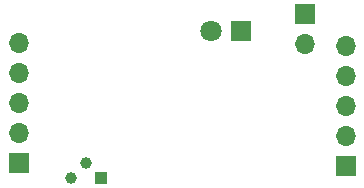
<source format=gbr>
G04 #@! TF.GenerationSoftware,KiCad,Pcbnew,5.1.9-73d0e3b20d~88~ubuntu20.04.1*
G04 #@! TF.CreationDate,2021-04-15T15:02:38+02:00*
G04 #@! TF.ProjectId,Switch3Vx,53776974-6368-4335-9678-2e6b69636164,rev?*
G04 #@! TF.SameCoordinates,Original*
G04 #@! TF.FileFunction,Soldermask,Bot*
G04 #@! TF.FilePolarity,Negative*
%FSLAX46Y46*%
G04 Gerber Fmt 4.6, Leading zero omitted, Abs format (unit mm)*
G04 Created by KiCad (PCBNEW 5.1.9-73d0e3b20d~88~ubuntu20.04.1) date 2021-04-15 15:02:38*
%MOMM*%
%LPD*%
G01*
G04 APERTURE LIST*
%ADD10C,1.000000*%
%ADD11R,1.000000X1.000000*%
%ADD12R,1.700000X1.700000*%
%ADD13O,1.700000X1.700000*%
%ADD14R,1.800000X1.800000*%
%ADD15C,1.800000*%
G04 APERTURE END LIST*
D10*
X41529000Y-96520000D03*
X40259000Y-97790000D03*
D11*
X42799000Y-97790000D03*
D12*
X63500000Y-96774000D03*
D13*
X63500000Y-94234000D03*
X63500000Y-91694000D03*
X63500000Y-89154000D03*
X63500000Y-86614000D03*
D14*
X54610000Y-85344000D03*
D15*
X52070000Y-85344000D03*
D12*
X35814000Y-96520000D03*
D13*
X35814000Y-93980000D03*
X35814000Y-91440000D03*
X35814000Y-88900000D03*
X35814000Y-86360000D03*
D12*
X60071000Y-83947000D03*
D13*
X60071000Y-86487000D03*
M02*

</source>
